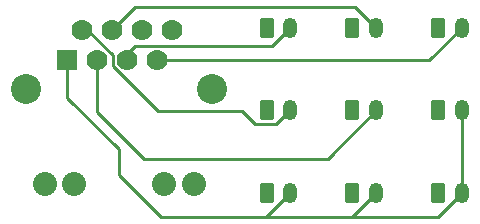
<source format=gbr>
%TF.GenerationSoftware,KiCad,Pcbnew,(6.0.6)*%
%TF.CreationDate,2022-06-26T22:04:57-07:00*%
%TF.ProjectId,KnightPCB,4b6e6967-6874-4504-9342-2e6b69636164,rev?*%
%TF.SameCoordinates,Original*%
%TF.FileFunction,Copper,L2,Bot*%
%TF.FilePolarity,Positive*%
%FSLAX46Y46*%
G04 Gerber Fmt 4.6, Leading zero omitted, Abs format (unit mm)*
G04 Created by KiCad (PCBNEW (6.0.6)) date 2022-06-26 22:04:57*
%MOMM*%
%LPD*%
G01*
G04 APERTURE LIST*
G04 Aperture macros list*
%AMRoundRect*
0 Rectangle with rounded corners*
0 $1 Rounding radius*
0 $2 $3 $4 $5 $6 $7 $8 $9 X,Y pos of 4 corners*
0 Add a 4 corners polygon primitive as box body*
4,1,4,$2,$3,$4,$5,$6,$7,$8,$9,$2,$3,0*
0 Add four circle primitives for the rounded corners*
1,1,$1+$1,$2,$3*
1,1,$1+$1,$4,$5*
1,1,$1+$1,$6,$7*
1,1,$1+$1,$8,$9*
0 Add four rect primitives between the rounded corners*
20,1,$1+$1,$2,$3,$4,$5,0*
20,1,$1+$1,$4,$5,$6,$7,0*
20,1,$1+$1,$6,$7,$8,$9,0*
20,1,$1+$1,$8,$9,$2,$3,0*%
G04 Aperture macros list end*
%TA.AperFunction,ComponentPad*%
%ADD10O,1.200000X1.750000*%
%TD*%
%TA.AperFunction,ComponentPad*%
%ADD11RoundRect,0.250000X-0.350000X-0.625000X0.350000X-0.625000X0.350000X0.625000X-0.350000X0.625000X0*%
%TD*%
%TA.AperFunction,ComponentPad*%
%ADD12R,1.778000X1.778000*%
%TD*%
%TA.AperFunction,ComponentPad*%
%ADD13C,1.778000*%
%TD*%
%TA.AperFunction,ComponentPad*%
%ADD14C,2.032000*%
%TD*%
%TA.AperFunction,ComponentPad*%
%ADD15C,2.540000*%
%TD*%
%TA.AperFunction,Conductor*%
%ADD16C,0.250000*%
%TD*%
G04 APERTURE END LIST*
D10*
%TO.P,J4,2,Pin_2*%
%TO.N,Net-(J4-Pad2)*%
X78400000Y-44150000D03*
D11*
%TO.P,J4,1,Pin_1*%
%TO.N,Net-(J5A1-Pad1)*%
X76400000Y-44150000D03*
%TD*%
%TO.P,J2,1,Pin_1*%
%TO.N,Net-(J5A1-Pad1)*%
X83650000Y-37150000D03*
D10*
%TO.P,J2,2,Pin_2*%
%TO.N,Net-(J2-Pad2)*%
X85650000Y-37150000D03*
%TD*%
D12*
%TO.P,R1,1*%
%TO.N,Net-(J5A1-Pad2)*%
X59480000Y-39890000D03*
D13*
%TO.P,R1,2*%
%TO.N,Net-(J4-Pad2)*%
X60750000Y-37350000D03*
%TO.P,R1,3*%
%TO.N,Net-(J3-Pad2)*%
X62020000Y-39890000D03*
%TO.P,R1,4*%
%TO.N,Net-(J2-Pad2)*%
X63290000Y-37350000D03*
%TO.P,R1,5*%
%TO.N,Net-(J1-Pad2)*%
X64560000Y-39890000D03*
%TO.P,R1,6*%
%TO.N,Net-(J5A1-Pad1)*%
X65830000Y-37350000D03*
%TO.P,R1,7*%
%TO.N,Net-(J6-Pad2)*%
X67100000Y-39890000D03*
%TO.P,R1,8*%
%TO.N,Net-(J6-Pad1)*%
X68370000Y-37350000D03*
D14*
%TO.P,R1,9*%
%TO.N,unconnected-(R1-Pad9)*%
X70224200Y-50354800D03*
%TO.P,R1,10*%
%TO.N,unconnected-(R1-Pad10)*%
X67709600Y-50354800D03*
%TO.P,R1,11*%
%TO.N,unconnected-(R1-Pad11)*%
X60115000Y-50354800D03*
%TO.P,R1,12*%
%TO.N,unconnected-(R1-Pad12)*%
X57600400Y-50354800D03*
D15*
%TO.P,R1,SH*%
%TO.N,unconnected-(R1-PadSH)*%
X71799000Y-42353800D03*
X56051000Y-42353800D03*
%TD*%
D10*
%TO.P,J1,2,Pin_2*%
%TO.N,Net-(J1-Pad2)*%
X78400000Y-37150000D03*
D11*
%TO.P,J1,1,Pin_1*%
%TO.N,Net-(J5A1-Pad1)*%
X76400000Y-37150000D03*
%TD*%
%TO.P,J6,1,Pin_1*%
%TO.N,Net-(J6-Pad1)*%
X90900000Y-37150000D03*
D10*
%TO.P,J6,2,Pin_2*%
%TO.N,Net-(J6-Pad2)*%
X92900000Y-37150000D03*
%TD*%
D11*
%TO.P,J5D1,1,Pin_1*%
%TO.N,Net-(J5A1-Pad1)*%
X90900000Y-44150000D03*
D10*
%TO.P,J5D1,2,Pin_2*%
%TO.N,Net-(J5A1-Pad2)*%
X92900000Y-44150000D03*
%TD*%
D11*
%TO.P,J5C1,1,Pin_1*%
%TO.N,Net-(J5A1-Pad1)*%
X90900000Y-51150000D03*
D10*
%TO.P,J5C1,2,Pin_2*%
%TO.N,Net-(J5A1-Pad2)*%
X92900000Y-51150000D03*
%TD*%
D11*
%TO.P,J5B1,1,Pin_1*%
%TO.N,Net-(J5A1-Pad1)*%
X83650000Y-51150000D03*
D10*
%TO.P,J5B1,2,Pin_2*%
%TO.N,Net-(J5A1-Pad2)*%
X85650000Y-51150000D03*
%TD*%
%TO.P,J5A1,2,Pin_2*%
%TO.N,Net-(J5A1-Pad2)*%
X78400000Y-51150000D03*
D11*
%TO.P,J5A1,1,Pin_1*%
%TO.N,Net-(J5A1-Pad1)*%
X76400000Y-51150000D03*
%TD*%
%TO.P,J3,1,Pin_1*%
%TO.N,Net-(J5A1-Pad1)*%
X83650000Y-44150000D03*
D10*
%TO.P,J3,2,Pin_2*%
%TO.N,Net-(J3-Pad2)*%
X85650000Y-44150000D03*
%TD*%
D16*
%TO.N,Net-(J6-Pad2)*%
X90160000Y-39890000D02*
X92900000Y-37150000D01*
X67100000Y-39890000D02*
X90160000Y-39890000D01*
%TO.N,Net-(J1-Pad2)*%
X65274000Y-38676000D02*
X76874000Y-38676000D01*
X64560000Y-39810000D02*
X64350000Y-39600000D01*
X64560000Y-39890000D02*
X64560000Y-39810000D01*
X64350000Y-39600000D02*
X65274000Y-38676000D01*
X76874000Y-38676000D02*
X78400000Y-37150000D01*
%TO.N,Net-(J3-Pad2)*%
X65982048Y-48240601D02*
X81559399Y-48240601D01*
X62020000Y-44278553D02*
X65982048Y-48240601D01*
X81559399Y-48240601D02*
X85650000Y-44150000D01*
X62020000Y-39890000D02*
X62020000Y-44278553D01*
%TO.N,Net-(J4-Pad2)*%
X77200000Y-45350000D02*
X78400000Y-44150000D01*
X74272109Y-44200000D02*
X75422109Y-45350000D01*
X63346000Y-40392856D02*
X67153144Y-44200000D01*
X61196856Y-37350000D02*
X63346000Y-39499144D01*
X67153144Y-44200000D02*
X74272109Y-44200000D01*
X75422109Y-45350000D02*
X77200000Y-45350000D01*
X60750000Y-37350000D02*
X61196856Y-37350000D01*
X63346000Y-39499144D02*
X63346000Y-40392856D01*
%TO.N,Net-(J5A1-Pad2)*%
X92900000Y-51150000D02*
X92900000Y-44150000D01*
X90875000Y-53175000D02*
X92900000Y-51150000D01*
X83525000Y-53175000D02*
X83625000Y-53175000D01*
X76375000Y-53175000D02*
X83525000Y-53175000D01*
X83525000Y-53175000D02*
X90875000Y-53175000D01*
X83625000Y-53175000D02*
X85650000Y-51150000D01*
X76375000Y-53175000D02*
X78400000Y-51150000D01*
X76350000Y-53200000D02*
X76375000Y-53175000D01*
X67450000Y-53200000D02*
X76350000Y-53200000D01*
X59480000Y-43080000D02*
X63850000Y-47450000D01*
X63850000Y-47450000D02*
X63850000Y-49600000D01*
X63850000Y-49600000D02*
X67450000Y-53200000D01*
X59480000Y-39890000D02*
X59480000Y-43080000D01*
%TO.N,Net-(J2-Pad2)*%
X83900000Y-35400000D02*
X85650000Y-37150000D01*
X65240000Y-35400000D02*
X83900000Y-35400000D01*
X63290000Y-37350000D02*
X65240000Y-35400000D01*
%TD*%
M02*

</source>
